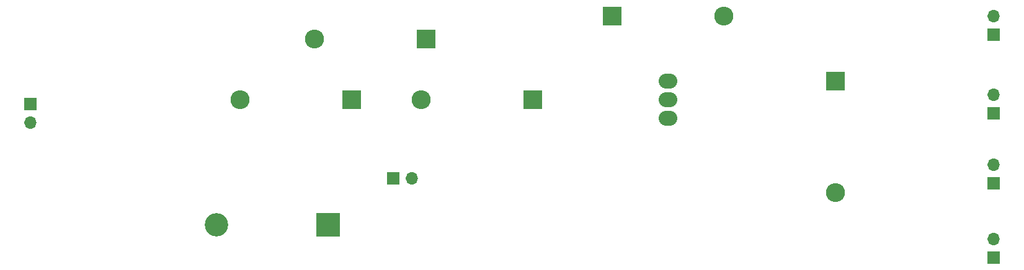
<source format=gbr>
G04 #@! TF.FileFunction,Soldermask,Bot*
%FSLAX46Y46*%
G04 Gerber Fmt 4.6, Leading zero omitted, Abs format (unit mm)*
G04 Created by KiCad (PCBNEW 4.0.5) date 02/22/17 18:23:54*
%MOMM*%
%LPD*%
G01*
G04 APERTURE LIST*
%ADD10C,0.127000*%
%ADD11R,1.700000X1.700000*%
%ADD12O,1.700000X1.700000*%
%ADD13R,2.600000X2.600000*%
%ADD14O,2.600000X2.600000*%
%ADD15R,3.200000X3.200000*%
%ADD16O,3.200000X3.200000*%
%ADD17O,2.540000X2.032000*%
G04 APERTURE END LIST*
D10*
D11*
X55880000Y14605000D03*
D12*
X58420000Y14605000D03*
D13*
X60325000Y33655000D03*
D14*
X45085000Y33655000D03*
D13*
X50165000Y25400000D03*
D14*
X34925000Y25400000D03*
D13*
X74930000Y25400000D03*
D14*
X59690000Y25400000D03*
D13*
X85725000Y36830000D03*
D14*
X100965000Y36830000D03*
D13*
X116205000Y27940000D03*
D14*
X116205000Y12700000D03*
D11*
X6350000Y24765000D03*
D12*
X6350000Y22225000D03*
D11*
X137795000Y34290000D03*
D12*
X137795000Y36830000D03*
D11*
X137795000Y23495000D03*
D12*
X137795000Y26035000D03*
D11*
X137795000Y13970000D03*
D12*
X137795000Y16510000D03*
D11*
X137795000Y3810000D03*
D12*
X137795000Y6350000D03*
D15*
X46990000Y8255000D03*
D16*
X31750000Y8255000D03*
D17*
X93345000Y25400000D03*
X93345000Y27940000D03*
X93345000Y22860000D03*
M02*

</source>
